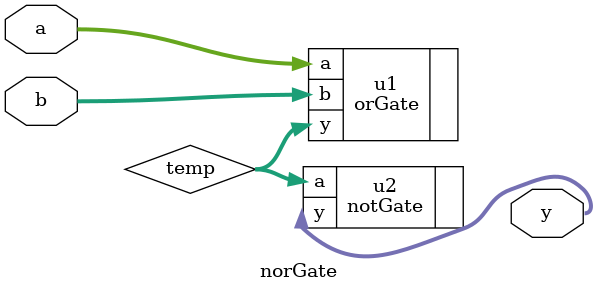
<source format=v>
module norG (
    input  a,
    input  b,
    output y
);
    wire temp;
    or u1 (temp, a, b);   // temp = a & b
    not u2 (y,temp);
    
endmodule

module norGate #(parameter N=32)(
  input  [N-1:0] a,
  input  [N-1:0] b,
  output  [N-1:0] y
);

    wire [N-1 : 0] temp;
    orGate u1 (.a(a), .b(b), .y(temp));
    notGate u2(.a(temp), .y(y));
endmodule
</source>
